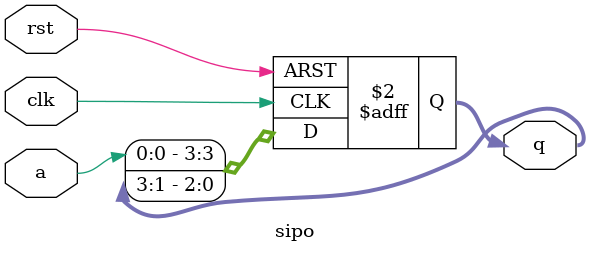
<source format=v>
module sipo(a,clk,rst,q);
input a;
input clk,rst;
output reg [3:0]q;
always @(posedge clk,posedge rst)
begin
if(rst)
   q<=0;
else
   q <= {a,q[3:1]};
   
end
endmodule

</source>
